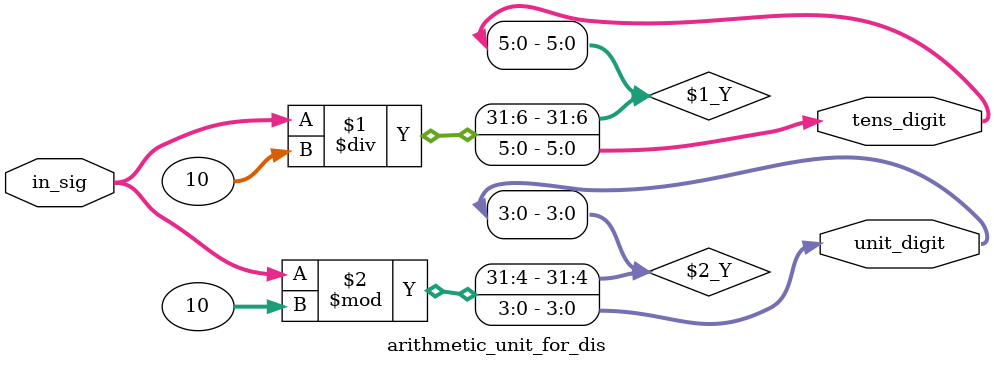
<source format=v>
module arithmetic_unit_for_dis 
#  ( parameter p_width = 10 ) 
  (
   input  [p_width-1:0] in_sig, 
   output [p_width-5:0] tens_digit,
   output [3:0] unit_digit ) ; 
   // signal declearation 
   assign tens_digit = in_sig/10 ;
   assign unit_digit = in_sig%10; 
endmodule 
</source>
